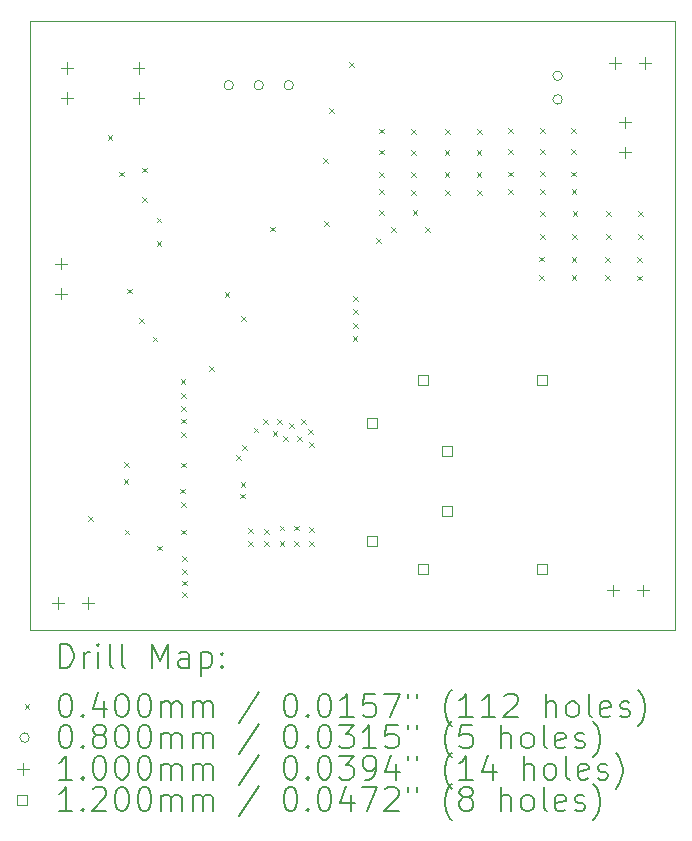
<source format=gbr>
%TF.GenerationSoftware,KiCad,Pcbnew,7.0.10*%
%TF.CreationDate,2024-04-22T16:43:45-07:00*%
%TF.ProjectId,powerAmp,706f7765-7241-46d7-902e-6b696361645f,rev?*%
%TF.SameCoordinates,Original*%
%TF.FileFunction,Drillmap*%
%TF.FilePolarity,Positive*%
%FSLAX45Y45*%
G04 Gerber Fmt 4.5, Leading zero omitted, Abs format (unit mm)*
G04 Created by KiCad (PCBNEW 7.0.10) date 2024-04-22 16:43:45*
%MOMM*%
%LPD*%
G01*
G04 APERTURE LIST*
%ADD10C,0.100000*%
%ADD11C,0.200000*%
%ADD12C,0.120000*%
G04 APERTURE END LIST*
D10*
X6540500Y-8363500D02*
X12003000Y-8363500D01*
X12003000Y-13525500D01*
X6540500Y-13525500D01*
X6540500Y-8363500D01*
D11*
D10*
X7031500Y-12558500D02*
X7071500Y-12598500D01*
X7071500Y-12558500D02*
X7031500Y-12598500D01*
X7199500Y-9333500D02*
X7239500Y-9373500D01*
X7239500Y-9333500D02*
X7199500Y-9373500D01*
X7298460Y-9642540D02*
X7338460Y-9682540D01*
X7338460Y-9642540D02*
X7298460Y-9682540D01*
X7334500Y-12243500D02*
X7374500Y-12283500D01*
X7374500Y-12243500D02*
X7334500Y-12283500D01*
X7340000Y-12103000D02*
X7380000Y-12143000D01*
X7380000Y-12103000D02*
X7340000Y-12143000D01*
X7342500Y-12673000D02*
X7382500Y-12713000D01*
X7382500Y-12673000D02*
X7342500Y-12713000D01*
X7363460Y-10632540D02*
X7403460Y-10672540D01*
X7403460Y-10632540D02*
X7363460Y-10672540D01*
X7463460Y-10882540D02*
X7503460Y-10922540D01*
X7503460Y-10882540D02*
X7463460Y-10922540D01*
X7488460Y-9607540D02*
X7528460Y-9647540D01*
X7528460Y-9607540D02*
X7488460Y-9647540D01*
X7488460Y-9857540D02*
X7528460Y-9897540D01*
X7528460Y-9857540D02*
X7488460Y-9897540D01*
X7579500Y-11040500D02*
X7619500Y-11080500D01*
X7619500Y-11040500D02*
X7579500Y-11080500D01*
X7613460Y-10032540D02*
X7653460Y-10072540D01*
X7653460Y-10032540D02*
X7613460Y-10072540D01*
X7613460Y-10232540D02*
X7653460Y-10272540D01*
X7653460Y-10232540D02*
X7613460Y-10272540D01*
X7615500Y-12809500D02*
X7655500Y-12849500D01*
X7655500Y-12809500D02*
X7615500Y-12849500D01*
X7815500Y-12325500D02*
X7855500Y-12365500D01*
X7855500Y-12325500D02*
X7815500Y-12365500D01*
X7818000Y-11398000D02*
X7858000Y-11438000D01*
X7858000Y-11398000D02*
X7818000Y-11438000D01*
X7819500Y-12105500D02*
X7859500Y-12145500D01*
X7859500Y-12105500D02*
X7819500Y-12145500D01*
X7820500Y-11515500D02*
X7860500Y-11555500D01*
X7860500Y-11515500D02*
X7820500Y-11555500D01*
X7820500Y-11625500D02*
X7860500Y-11665500D01*
X7860500Y-11625500D02*
X7820500Y-11665500D01*
X7820500Y-11733000D02*
X7860500Y-11773000D01*
X7860500Y-11733000D02*
X7820500Y-11773000D01*
X7820500Y-11850500D02*
X7860500Y-11890500D01*
X7860500Y-11850500D02*
X7820500Y-11890500D01*
X7820500Y-12443000D02*
X7860500Y-12483000D01*
X7860500Y-12443000D02*
X7820500Y-12483000D01*
X7821500Y-12674500D02*
X7861500Y-12714500D01*
X7861500Y-12674500D02*
X7821500Y-12714500D01*
X7830500Y-12900500D02*
X7870500Y-12940500D01*
X7870500Y-12900500D02*
X7830500Y-12940500D01*
X7830500Y-13005500D02*
X7870500Y-13045500D01*
X7870500Y-13005500D02*
X7830500Y-13045500D01*
X7830500Y-13105500D02*
X7870500Y-13145500D01*
X7870500Y-13105500D02*
X7830500Y-13145500D01*
X7830500Y-13205500D02*
X7870500Y-13245500D01*
X7870500Y-13205500D02*
X7830500Y-13245500D01*
X8057500Y-11291500D02*
X8097500Y-11331500D01*
X8097500Y-11291500D02*
X8057500Y-11331500D01*
X8189500Y-10660500D02*
X8229500Y-10700500D01*
X8229500Y-10660500D02*
X8189500Y-10700500D01*
X8284500Y-12045500D02*
X8324500Y-12085500D01*
X8324500Y-12045500D02*
X8284500Y-12085500D01*
X8322500Y-12368500D02*
X8362500Y-12408500D01*
X8362500Y-12368500D02*
X8322500Y-12408500D01*
X8324500Y-12268500D02*
X8364500Y-12308500D01*
X8364500Y-12268500D02*
X8324500Y-12308500D01*
X8327500Y-10868500D02*
X8367500Y-10908500D01*
X8367500Y-10868500D02*
X8327500Y-10908500D01*
X8337500Y-11955500D02*
X8377500Y-11995500D01*
X8377500Y-11955500D02*
X8337500Y-11995500D01*
X8385500Y-12660500D02*
X8425500Y-12700500D01*
X8425500Y-12660500D02*
X8385500Y-12700500D01*
X8385500Y-12770500D02*
X8425500Y-12810500D01*
X8425500Y-12770500D02*
X8385500Y-12810500D01*
X8435500Y-11810500D02*
X8475500Y-11850500D01*
X8475500Y-11810500D02*
X8435500Y-11850500D01*
X8515500Y-11740500D02*
X8555500Y-11780500D01*
X8555500Y-11740500D02*
X8515500Y-11780500D01*
X8525500Y-12670500D02*
X8565500Y-12710500D01*
X8565500Y-12670500D02*
X8525500Y-12710500D01*
X8525500Y-12770500D02*
X8565500Y-12810500D01*
X8565500Y-12770500D02*
X8525500Y-12810500D01*
X8573500Y-10107500D02*
X8613500Y-10147500D01*
X8613500Y-10107500D02*
X8573500Y-10147500D01*
X8595500Y-11840500D02*
X8635500Y-11880500D01*
X8635500Y-11840500D02*
X8595500Y-11880500D01*
X8635500Y-11740500D02*
X8675500Y-11780500D01*
X8675500Y-11740500D02*
X8635500Y-11780500D01*
X8655500Y-12640500D02*
X8695500Y-12680500D01*
X8695500Y-12640500D02*
X8655500Y-12680500D01*
X8655500Y-12770500D02*
X8695500Y-12810500D01*
X8695500Y-12770500D02*
X8655500Y-12810500D01*
X8685500Y-11880500D02*
X8725500Y-11920500D01*
X8725500Y-11880500D02*
X8685500Y-11920500D01*
X8735500Y-11770500D02*
X8775500Y-11810500D01*
X8775500Y-11770500D02*
X8735500Y-11810500D01*
X8775500Y-12640500D02*
X8815500Y-12680500D01*
X8815500Y-12640500D02*
X8775500Y-12680500D01*
X8775500Y-12770500D02*
X8815500Y-12810500D01*
X8815500Y-12770500D02*
X8775500Y-12810500D01*
X8805500Y-11880500D02*
X8845500Y-11920500D01*
X8845500Y-11880500D02*
X8805500Y-11920500D01*
X8835500Y-11740500D02*
X8875500Y-11780500D01*
X8875500Y-11740500D02*
X8835500Y-11780500D01*
X8895500Y-11820500D02*
X8935500Y-11860500D01*
X8935500Y-11820500D02*
X8895500Y-11860500D01*
X8905500Y-11930500D02*
X8945500Y-11970500D01*
X8945500Y-11930500D02*
X8905500Y-11970500D01*
X8905500Y-12650500D02*
X8945500Y-12690500D01*
X8945500Y-12650500D02*
X8905500Y-12690500D01*
X8905500Y-12770500D02*
X8945500Y-12810500D01*
X8945500Y-12770500D02*
X8905500Y-12810500D01*
X9023000Y-9530500D02*
X9063000Y-9570500D01*
X9063000Y-9530500D02*
X9023000Y-9570500D01*
X9032500Y-10059500D02*
X9072500Y-10099500D01*
X9072500Y-10059500D02*
X9032500Y-10099500D01*
X9073000Y-9105500D02*
X9113000Y-9145500D01*
X9113000Y-9105500D02*
X9073000Y-9145500D01*
X9240500Y-8715500D02*
X9280500Y-8755500D01*
X9280500Y-8715500D02*
X9240500Y-8755500D01*
X9273553Y-11036964D02*
X9313553Y-11076964D01*
X9313553Y-11036964D02*
X9273553Y-11076964D01*
X9276381Y-10807911D02*
X9316381Y-10847911D01*
X9316381Y-10807911D02*
X9276381Y-10847911D01*
X9276381Y-10923851D02*
X9316381Y-10963851D01*
X9316381Y-10923851D02*
X9276381Y-10963851D01*
X9279209Y-10697626D02*
X9319209Y-10737626D01*
X9319209Y-10697626D02*
X9279209Y-10737626D01*
X9471500Y-10206500D02*
X9511500Y-10246500D01*
X9511500Y-10206500D02*
X9471500Y-10246500D01*
X9494500Y-9456500D02*
X9534500Y-9496500D01*
X9534500Y-9456500D02*
X9494500Y-9496500D01*
X9494500Y-9644500D02*
X9534500Y-9684500D01*
X9534500Y-9644500D02*
X9494500Y-9684500D01*
X9495891Y-9969500D02*
X9535891Y-10009500D01*
X9535891Y-9969500D02*
X9495891Y-10009500D01*
X9496500Y-9277500D02*
X9536500Y-9317500D01*
X9536500Y-9277500D02*
X9496500Y-9317500D01*
X9497500Y-9793500D02*
X9537500Y-9833500D01*
X9537500Y-9793500D02*
X9497500Y-9833500D01*
X9599891Y-10111500D02*
X9639891Y-10151500D01*
X9639891Y-10111500D02*
X9599891Y-10151500D01*
X9767222Y-9459089D02*
X9807222Y-9499089D01*
X9807222Y-9459089D02*
X9767222Y-9499089D01*
X9767222Y-9647089D02*
X9807222Y-9687089D01*
X9807222Y-9647089D02*
X9767222Y-9687089D01*
X9769222Y-9280089D02*
X9809222Y-9320089D01*
X9809222Y-9280089D02*
X9769222Y-9320089D01*
X9770222Y-9796089D02*
X9810222Y-9836089D01*
X9810222Y-9796089D02*
X9770222Y-9836089D01*
X9781500Y-9969500D02*
X9821500Y-10009500D01*
X9821500Y-9969500D02*
X9781500Y-10009500D01*
X9885500Y-10111500D02*
X9925500Y-10151500D01*
X9925500Y-10111500D02*
X9885500Y-10151500D01*
X10052831Y-9459089D02*
X10092831Y-9499089D01*
X10092831Y-9459089D02*
X10052831Y-9499089D01*
X10052831Y-9647089D02*
X10092831Y-9687089D01*
X10092831Y-9647089D02*
X10052831Y-9687089D01*
X10054831Y-9280089D02*
X10094831Y-9320089D01*
X10094831Y-9280089D02*
X10054831Y-9320089D01*
X10055831Y-9796089D02*
X10095831Y-9836089D01*
X10095831Y-9796089D02*
X10055831Y-9836089D01*
X10323500Y-9459500D02*
X10363500Y-9499500D01*
X10363500Y-9459500D02*
X10323500Y-9499500D01*
X10323500Y-9647500D02*
X10363500Y-9687500D01*
X10363500Y-9647500D02*
X10323500Y-9687500D01*
X10325500Y-9280500D02*
X10365500Y-9320500D01*
X10365500Y-9280500D02*
X10325500Y-9320500D01*
X10326500Y-9796500D02*
X10366500Y-9836500D01*
X10366500Y-9796500D02*
X10326500Y-9836500D01*
X10589500Y-9454500D02*
X10629500Y-9494500D01*
X10629500Y-9454500D02*
X10589500Y-9494500D01*
X10589500Y-9642500D02*
X10629500Y-9682500D01*
X10629500Y-9642500D02*
X10589500Y-9682500D01*
X10591500Y-9275500D02*
X10631500Y-9315500D01*
X10631500Y-9275500D02*
X10591500Y-9315500D01*
X10592500Y-9791500D02*
X10632500Y-9831500D01*
X10632500Y-9791500D02*
X10592500Y-9831500D01*
X10854169Y-10362911D02*
X10894169Y-10402911D01*
X10894169Y-10362911D02*
X10854169Y-10402911D01*
X10854169Y-10518911D02*
X10894169Y-10558911D01*
X10894169Y-10518911D02*
X10854169Y-10558911D01*
X10859500Y-9452500D02*
X10899500Y-9492500D01*
X10899500Y-9452500D02*
X10859500Y-9492500D01*
X10859500Y-9640500D02*
X10899500Y-9680500D01*
X10899500Y-9640500D02*
X10859500Y-9680500D01*
X10860169Y-10170911D02*
X10900169Y-10210911D01*
X10900169Y-10170911D02*
X10860169Y-10210911D01*
X10861500Y-9273500D02*
X10901500Y-9313500D01*
X10901500Y-9273500D02*
X10861500Y-9313500D01*
X10862500Y-9789500D02*
X10902500Y-9829500D01*
X10902500Y-9789500D02*
X10862500Y-9829500D01*
X10863500Y-9974500D02*
X10903500Y-10014500D01*
X10903500Y-9974500D02*
X10863500Y-10014500D01*
X11123500Y-9454500D02*
X11163500Y-9494500D01*
X11163500Y-9454500D02*
X11123500Y-9494500D01*
X11123500Y-9642500D02*
X11163500Y-9682500D01*
X11163500Y-9642500D02*
X11123500Y-9682500D01*
X11125500Y-9275500D02*
X11165500Y-9315500D01*
X11165500Y-9275500D02*
X11125500Y-9315500D01*
X11126500Y-9791500D02*
X11166500Y-9831500D01*
X11166500Y-9791500D02*
X11126500Y-9831500D01*
X11126891Y-10365500D02*
X11166891Y-10405500D01*
X11166891Y-10365500D02*
X11126891Y-10405500D01*
X11126891Y-10521500D02*
X11166891Y-10561500D01*
X11166891Y-10521500D02*
X11126891Y-10561500D01*
X11132891Y-10173500D02*
X11172891Y-10213500D01*
X11172891Y-10173500D02*
X11132891Y-10213500D01*
X11136222Y-9977089D02*
X11176222Y-10017089D01*
X11176222Y-9977089D02*
X11136222Y-10017089D01*
X11412500Y-10365500D02*
X11452500Y-10405500D01*
X11452500Y-10365500D02*
X11412500Y-10405500D01*
X11412500Y-10521500D02*
X11452500Y-10561500D01*
X11452500Y-10521500D02*
X11412500Y-10561500D01*
X11418500Y-10173500D02*
X11458500Y-10213500D01*
X11458500Y-10173500D02*
X11418500Y-10213500D01*
X11421831Y-9977089D02*
X11461831Y-10017089D01*
X11461831Y-9977089D02*
X11421831Y-10017089D01*
X11683169Y-10365911D02*
X11723169Y-10405911D01*
X11723169Y-10365911D02*
X11683169Y-10405911D01*
X11683169Y-10521911D02*
X11723169Y-10561911D01*
X11723169Y-10521911D02*
X11683169Y-10561911D01*
X11689169Y-10173911D02*
X11729169Y-10213911D01*
X11729169Y-10173911D02*
X11689169Y-10213911D01*
X11692500Y-9977500D02*
X11732500Y-10017500D01*
X11732500Y-9977500D02*
X11692500Y-10017500D01*
X8263500Y-8911500D02*
G75*
G03*
X8183500Y-8911500I-40000J0D01*
G01*
X8183500Y-8911500D02*
G75*
G03*
X8263500Y-8911500I40000J0D01*
G01*
X8517500Y-8911500D02*
G75*
G03*
X8437500Y-8911500I-40000J0D01*
G01*
X8437500Y-8911500D02*
G75*
G03*
X8517500Y-8911500I40000J0D01*
G01*
X8771500Y-8911500D02*
G75*
G03*
X8691500Y-8911500I-40000J0D01*
G01*
X8691500Y-8911500D02*
G75*
G03*
X8771500Y-8911500I40000J0D01*
G01*
X11048500Y-8830500D02*
G75*
G03*
X10968500Y-8830500I-40000J0D01*
G01*
X10968500Y-8830500D02*
G75*
G03*
X11048500Y-8830500I40000J0D01*
G01*
X11048500Y-9030500D02*
G75*
G03*
X10968500Y-9030500I-40000J0D01*
G01*
X10968500Y-9030500D02*
G75*
G03*
X11048500Y-9030500I40000J0D01*
G01*
X6778000Y-13242500D02*
X6778000Y-13342500D01*
X6728000Y-13292500D02*
X6828000Y-13292500D01*
X6800960Y-10371040D02*
X6800960Y-10471040D01*
X6750960Y-10421040D02*
X6850960Y-10421040D01*
X6800960Y-10625040D02*
X6800960Y-10725040D01*
X6750960Y-10675040D02*
X6850960Y-10675040D01*
X6856500Y-8714000D02*
X6856500Y-8814000D01*
X6806500Y-8764000D02*
X6906500Y-8764000D01*
X6856500Y-8968000D02*
X6856500Y-9068000D01*
X6806500Y-9018000D02*
X6906500Y-9018000D01*
X7032000Y-13242500D02*
X7032000Y-13342500D01*
X6982000Y-13292500D02*
X7082000Y-13292500D01*
X7460500Y-8713500D02*
X7460500Y-8813500D01*
X7410500Y-8763500D02*
X7510500Y-8763500D01*
X7460500Y-8967500D02*
X7460500Y-9067500D01*
X7410500Y-9017500D02*
X7510500Y-9017500D01*
X11477000Y-13138500D02*
X11477000Y-13238500D01*
X11427000Y-13188500D02*
X11527000Y-13188500D01*
X11492000Y-8675500D02*
X11492000Y-8775500D01*
X11442000Y-8725500D02*
X11542000Y-8725500D01*
X11577500Y-9176000D02*
X11577500Y-9276000D01*
X11527500Y-9226000D02*
X11627500Y-9226000D01*
X11577500Y-9430000D02*
X11577500Y-9530000D01*
X11527500Y-9480000D02*
X11627500Y-9480000D01*
X11731000Y-13138500D02*
X11731000Y-13238500D01*
X11681000Y-13188500D02*
X11781000Y-13188500D01*
X11746000Y-8675500D02*
X11746000Y-8775500D01*
X11696000Y-8725500D02*
X11796000Y-8725500D01*
D12*
X9482427Y-11810427D02*
X9482427Y-11725573D01*
X9397573Y-11725573D01*
X9397573Y-11810427D01*
X9482427Y-11810427D01*
X9482427Y-12810427D02*
X9482427Y-12725573D01*
X9397573Y-12725573D01*
X9397573Y-12810427D01*
X9482427Y-12810427D01*
X9915427Y-11447927D02*
X9915427Y-11363073D01*
X9830573Y-11363073D01*
X9830573Y-11447927D01*
X9915427Y-11447927D01*
X9915427Y-13047927D02*
X9915427Y-12963073D01*
X9830573Y-12963073D01*
X9830573Y-13047927D01*
X9915427Y-13047927D01*
X10117427Y-12048427D02*
X10117427Y-11963573D01*
X10032573Y-11963573D01*
X10032573Y-12048427D01*
X10117427Y-12048427D01*
X10117427Y-12556427D02*
X10117427Y-12471573D01*
X10032573Y-12471573D01*
X10032573Y-12556427D01*
X10117427Y-12556427D01*
X10915427Y-11447927D02*
X10915427Y-11363073D01*
X10830573Y-11363073D01*
X10830573Y-11447927D01*
X10915427Y-11447927D01*
X10915427Y-13047927D02*
X10915427Y-12963073D01*
X10830573Y-12963073D01*
X10830573Y-13047927D01*
X10915427Y-13047927D01*
D11*
X6796277Y-13841984D02*
X6796277Y-13641984D01*
X6796277Y-13641984D02*
X6843896Y-13641984D01*
X6843896Y-13641984D02*
X6872467Y-13651508D01*
X6872467Y-13651508D02*
X6891515Y-13670555D01*
X6891515Y-13670555D02*
X6901039Y-13689603D01*
X6901039Y-13689603D02*
X6910562Y-13727698D01*
X6910562Y-13727698D02*
X6910562Y-13756269D01*
X6910562Y-13756269D02*
X6901039Y-13794365D01*
X6901039Y-13794365D02*
X6891515Y-13813412D01*
X6891515Y-13813412D02*
X6872467Y-13832460D01*
X6872467Y-13832460D02*
X6843896Y-13841984D01*
X6843896Y-13841984D02*
X6796277Y-13841984D01*
X6996277Y-13841984D02*
X6996277Y-13708650D01*
X6996277Y-13746746D02*
X7005801Y-13727698D01*
X7005801Y-13727698D02*
X7015324Y-13718174D01*
X7015324Y-13718174D02*
X7034372Y-13708650D01*
X7034372Y-13708650D02*
X7053420Y-13708650D01*
X7120086Y-13841984D02*
X7120086Y-13708650D01*
X7120086Y-13641984D02*
X7110562Y-13651508D01*
X7110562Y-13651508D02*
X7120086Y-13661031D01*
X7120086Y-13661031D02*
X7129610Y-13651508D01*
X7129610Y-13651508D02*
X7120086Y-13641984D01*
X7120086Y-13641984D02*
X7120086Y-13661031D01*
X7243896Y-13841984D02*
X7224848Y-13832460D01*
X7224848Y-13832460D02*
X7215324Y-13813412D01*
X7215324Y-13813412D02*
X7215324Y-13641984D01*
X7348658Y-13841984D02*
X7329610Y-13832460D01*
X7329610Y-13832460D02*
X7320086Y-13813412D01*
X7320086Y-13813412D02*
X7320086Y-13641984D01*
X7577229Y-13841984D02*
X7577229Y-13641984D01*
X7577229Y-13641984D02*
X7643896Y-13784841D01*
X7643896Y-13784841D02*
X7710562Y-13641984D01*
X7710562Y-13641984D02*
X7710562Y-13841984D01*
X7891515Y-13841984D02*
X7891515Y-13737222D01*
X7891515Y-13737222D02*
X7881991Y-13718174D01*
X7881991Y-13718174D02*
X7862943Y-13708650D01*
X7862943Y-13708650D02*
X7824848Y-13708650D01*
X7824848Y-13708650D02*
X7805801Y-13718174D01*
X7891515Y-13832460D02*
X7872467Y-13841984D01*
X7872467Y-13841984D02*
X7824848Y-13841984D01*
X7824848Y-13841984D02*
X7805801Y-13832460D01*
X7805801Y-13832460D02*
X7796277Y-13813412D01*
X7796277Y-13813412D02*
X7796277Y-13794365D01*
X7796277Y-13794365D02*
X7805801Y-13775317D01*
X7805801Y-13775317D02*
X7824848Y-13765793D01*
X7824848Y-13765793D02*
X7872467Y-13765793D01*
X7872467Y-13765793D02*
X7891515Y-13756269D01*
X7986753Y-13708650D02*
X7986753Y-13908650D01*
X7986753Y-13718174D02*
X8005801Y-13708650D01*
X8005801Y-13708650D02*
X8043896Y-13708650D01*
X8043896Y-13708650D02*
X8062943Y-13718174D01*
X8062943Y-13718174D02*
X8072467Y-13727698D01*
X8072467Y-13727698D02*
X8081991Y-13746746D01*
X8081991Y-13746746D02*
X8081991Y-13803888D01*
X8081991Y-13803888D02*
X8072467Y-13822936D01*
X8072467Y-13822936D02*
X8062943Y-13832460D01*
X8062943Y-13832460D02*
X8043896Y-13841984D01*
X8043896Y-13841984D02*
X8005801Y-13841984D01*
X8005801Y-13841984D02*
X7986753Y-13832460D01*
X8167705Y-13822936D02*
X8177229Y-13832460D01*
X8177229Y-13832460D02*
X8167705Y-13841984D01*
X8167705Y-13841984D02*
X8158182Y-13832460D01*
X8158182Y-13832460D02*
X8167705Y-13822936D01*
X8167705Y-13822936D02*
X8167705Y-13841984D01*
X8167705Y-13718174D02*
X8177229Y-13727698D01*
X8177229Y-13727698D02*
X8167705Y-13737222D01*
X8167705Y-13737222D02*
X8158182Y-13727698D01*
X8158182Y-13727698D02*
X8167705Y-13718174D01*
X8167705Y-13718174D02*
X8167705Y-13737222D01*
D10*
X6495500Y-14150500D02*
X6535500Y-14190500D01*
X6535500Y-14150500D02*
X6495500Y-14190500D01*
D11*
X6834372Y-14061984D02*
X6853420Y-14061984D01*
X6853420Y-14061984D02*
X6872467Y-14071508D01*
X6872467Y-14071508D02*
X6881991Y-14081031D01*
X6881991Y-14081031D02*
X6891515Y-14100079D01*
X6891515Y-14100079D02*
X6901039Y-14138174D01*
X6901039Y-14138174D02*
X6901039Y-14185793D01*
X6901039Y-14185793D02*
X6891515Y-14223888D01*
X6891515Y-14223888D02*
X6881991Y-14242936D01*
X6881991Y-14242936D02*
X6872467Y-14252460D01*
X6872467Y-14252460D02*
X6853420Y-14261984D01*
X6853420Y-14261984D02*
X6834372Y-14261984D01*
X6834372Y-14261984D02*
X6815324Y-14252460D01*
X6815324Y-14252460D02*
X6805801Y-14242936D01*
X6805801Y-14242936D02*
X6796277Y-14223888D01*
X6796277Y-14223888D02*
X6786753Y-14185793D01*
X6786753Y-14185793D02*
X6786753Y-14138174D01*
X6786753Y-14138174D02*
X6796277Y-14100079D01*
X6796277Y-14100079D02*
X6805801Y-14081031D01*
X6805801Y-14081031D02*
X6815324Y-14071508D01*
X6815324Y-14071508D02*
X6834372Y-14061984D01*
X6986753Y-14242936D02*
X6996277Y-14252460D01*
X6996277Y-14252460D02*
X6986753Y-14261984D01*
X6986753Y-14261984D02*
X6977229Y-14252460D01*
X6977229Y-14252460D02*
X6986753Y-14242936D01*
X6986753Y-14242936D02*
X6986753Y-14261984D01*
X7167705Y-14128650D02*
X7167705Y-14261984D01*
X7120086Y-14052460D02*
X7072467Y-14195317D01*
X7072467Y-14195317D02*
X7196277Y-14195317D01*
X7310562Y-14061984D02*
X7329610Y-14061984D01*
X7329610Y-14061984D02*
X7348658Y-14071508D01*
X7348658Y-14071508D02*
X7358182Y-14081031D01*
X7358182Y-14081031D02*
X7367705Y-14100079D01*
X7367705Y-14100079D02*
X7377229Y-14138174D01*
X7377229Y-14138174D02*
X7377229Y-14185793D01*
X7377229Y-14185793D02*
X7367705Y-14223888D01*
X7367705Y-14223888D02*
X7358182Y-14242936D01*
X7358182Y-14242936D02*
X7348658Y-14252460D01*
X7348658Y-14252460D02*
X7329610Y-14261984D01*
X7329610Y-14261984D02*
X7310562Y-14261984D01*
X7310562Y-14261984D02*
X7291515Y-14252460D01*
X7291515Y-14252460D02*
X7281991Y-14242936D01*
X7281991Y-14242936D02*
X7272467Y-14223888D01*
X7272467Y-14223888D02*
X7262943Y-14185793D01*
X7262943Y-14185793D02*
X7262943Y-14138174D01*
X7262943Y-14138174D02*
X7272467Y-14100079D01*
X7272467Y-14100079D02*
X7281991Y-14081031D01*
X7281991Y-14081031D02*
X7291515Y-14071508D01*
X7291515Y-14071508D02*
X7310562Y-14061984D01*
X7501039Y-14061984D02*
X7520086Y-14061984D01*
X7520086Y-14061984D02*
X7539134Y-14071508D01*
X7539134Y-14071508D02*
X7548658Y-14081031D01*
X7548658Y-14081031D02*
X7558182Y-14100079D01*
X7558182Y-14100079D02*
X7567705Y-14138174D01*
X7567705Y-14138174D02*
X7567705Y-14185793D01*
X7567705Y-14185793D02*
X7558182Y-14223888D01*
X7558182Y-14223888D02*
X7548658Y-14242936D01*
X7548658Y-14242936D02*
X7539134Y-14252460D01*
X7539134Y-14252460D02*
X7520086Y-14261984D01*
X7520086Y-14261984D02*
X7501039Y-14261984D01*
X7501039Y-14261984D02*
X7481991Y-14252460D01*
X7481991Y-14252460D02*
X7472467Y-14242936D01*
X7472467Y-14242936D02*
X7462943Y-14223888D01*
X7462943Y-14223888D02*
X7453420Y-14185793D01*
X7453420Y-14185793D02*
X7453420Y-14138174D01*
X7453420Y-14138174D02*
X7462943Y-14100079D01*
X7462943Y-14100079D02*
X7472467Y-14081031D01*
X7472467Y-14081031D02*
X7481991Y-14071508D01*
X7481991Y-14071508D02*
X7501039Y-14061984D01*
X7653420Y-14261984D02*
X7653420Y-14128650D01*
X7653420Y-14147698D02*
X7662943Y-14138174D01*
X7662943Y-14138174D02*
X7681991Y-14128650D01*
X7681991Y-14128650D02*
X7710563Y-14128650D01*
X7710563Y-14128650D02*
X7729610Y-14138174D01*
X7729610Y-14138174D02*
X7739134Y-14157222D01*
X7739134Y-14157222D02*
X7739134Y-14261984D01*
X7739134Y-14157222D02*
X7748658Y-14138174D01*
X7748658Y-14138174D02*
X7767705Y-14128650D01*
X7767705Y-14128650D02*
X7796277Y-14128650D01*
X7796277Y-14128650D02*
X7815324Y-14138174D01*
X7815324Y-14138174D02*
X7824848Y-14157222D01*
X7824848Y-14157222D02*
X7824848Y-14261984D01*
X7920086Y-14261984D02*
X7920086Y-14128650D01*
X7920086Y-14147698D02*
X7929610Y-14138174D01*
X7929610Y-14138174D02*
X7948658Y-14128650D01*
X7948658Y-14128650D02*
X7977229Y-14128650D01*
X7977229Y-14128650D02*
X7996277Y-14138174D01*
X7996277Y-14138174D02*
X8005801Y-14157222D01*
X8005801Y-14157222D02*
X8005801Y-14261984D01*
X8005801Y-14157222D02*
X8015324Y-14138174D01*
X8015324Y-14138174D02*
X8034372Y-14128650D01*
X8034372Y-14128650D02*
X8062943Y-14128650D01*
X8062943Y-14128650D02*
X8081991Y-14138174D01*
X8081991Y-14138174D02*
X8091515Y-14157222D01*
X8091515Y-14157222D02*
X8091515Y-14261984D01*
X8481991Y-14052460D02*
X8310563Y-14309603D01*
X8739134Y-14061984D02*
X8758182Y-14061984D01*
X8758182Y-14061984D02*
X8777229Y-14071508D01*
X8777229Y-14071508D02*
X8786753Y-14081031D01*
X8786753Y-14081031D02*
X8796277Y-14100079D01*
X8796277Y-14100079D02*
X8805801Y-14138174D01*
X8805801Y-14138174D02*
X8805801Y-14185793D01*
X8805801Y-14185793D02*
X8796277Y-14223888D01*
X8796277Y-14223888D02*
X8786753Y-14242936D01*
X8786753Y-14242936D02*
X8777229Y-14252460D01*
X8777229Y-14252460D02*
X8758182Y-14261984D01*
X8758182Y-14261984D02*
X8739134Y-14261984D01*
X8739134Y-14261984D02*
X8720087Y-14252460D01*
X8720087Y-14252460D02*
X8710563Y-14242936D01*
X8710563Y-14242936D02*
X8701039Y-14223888D01*
X8701039Y-14223888D02*
X8691515Y-14185793D01*
X8691515Y-14185793D02*
X8691515Y-14138174D01*
X8691515Y-14138174D02*
X8701039Y-14100079D01*
X8701039Y-14100079D02*
X8710563Y-14081031D01*
X8710563Y-14081031D02*
X8720087Y-14071508D01*
X8720087Y-14071508D02*
X8739134Y-14061984D01*
X8891515Y-14242936D02*
X8901039Y-14252460D01*
X8901039Y-14252460D02*
X8891515Y-14261984D01*
X8891515Y-14261984D02*
X8881991Y-14252460D01*
X8881991Y-14252460D02*
X8891515Y-14242936D01*
X8891515Y-14242936D02*
X8891515Y-14261984D01*
X9024848Y-14061984D02*
X9043896Y-14061984D01*
X9043896Y-14061984D02*
X9062944Y-14071508D01*
X9062944Y-14071508D02*
X9072468Y-14081031D01*
X9072468Y-14081031D02*
X9081991Y-14100079D01*
X9081991Y-14100079D02*
X9091515Y-14138174D01*
X9091515Y-14138174D02*
X9091515Y-14185793D01*
X9091515Y-14185793D02*
X9081991Y-14223888D01*
X9081991Y-14223888D02*
X9072468Y-14242936D01*
X9072468Y-14242936D02*
X9062944Y-14252460D01*
X9062944Y-14252460D02*
X9043896Y-14261984D01*
X9043896Y-14261984D02*
X9024848Y-14261984D01*
X9024848Y-14261984D02*
X9005801Y-14252460D01*
X9005801Y-14252460D02*
X8996277Y-14242936D01*
X8996277Y-14242936D02*
X8986753Y-14223888D01*
X8986753Y-14223888D02*
X8977229Y-14185793D01*
X8977229Y-14185793D02*
X8977229Y-14138174D01*
X8977229Y-14138174D02*
X8986753Y-14100079D01*
X8986753Y-14100079D02*
X8996277Y-14081031D01*
X8996277Y-14081031D02*
X9005801Y-14071508D01*
X9005801Y-14071508D02*
X9024848Y-14061984D01*
X9281991Y-14261984D02*
X9167706Y-14261984D01*
X9224848Y-14261984D02*
X9224848Y-14061984D01*
X9224848Y-14061984D02*
X9205801Y-14090555D01*
X9205801Y-14090555D02*
X9186753Y-14109603D01*
X9186753Y-14109603D02*
X9167706Y-14119127D01*
X9462944Y-14061984D02*
X9367706Y-14061984D01*
X9367706Y-14061984D02*
X9358182Y-14157222D01*
X9358182Y-14157222D02*
X9367706Y-14147698D01*
X9367706Y-14147698D02*
X9386753Y-14138174D01*
X9386753Y-14138174D02*
X9434372Y-14138174D01*
X9434372Y-14138174D02*
X9453420Y-14147698D01*
X9453420Y-14147698D02*
X9462944Y-14157222D01*
X9462944Y-14157222D02*
X9472468Y-14176269D01*
X9472468Y-14176269D02*
X9472468Y-14223888D01*
X9472468Y-14223888D02*
X9462944Y-14242936D01*
X9462944Y-14242936D02*
X9453420Y-14252460D01*
X9453420Y-14252460D02*
X9434372Y-14261984D01*
X9434372Y-14261984D02*
X9386753Y-14261984D01*
X9386753Y-14261984D02*
X9367706Y-14252460D01*
X9367706Y-14252460D02*
X9358182Y-14242936D01*
X9539134Y-14061984D02*
X9672468Y-14061984D01*
X9672468Y-14061984D02*
X9586753Y-14261984D01*
X9739134Y-14061984D02*
X9739134Y-14100079D01*
X9815325Y-14061984D02*
X9815325Y-14100079D01*
X10110563Y-14338174D02*
X10101039Y-14328650D01*
X10101039Y-14328650D02*
X10081991Y-14300079D01*
X10081991Y-14300079D02*
X10072468Y-14281031D01*
X10072468Y-14281031D02*
X10062944Y-14252460D01*
X10062944Y-14252460D02*
X10053420Y-14204841D01*
X10053420Y-14204841D02*
X10053420Y-14166746D01*
X10053420Y-14166746D02*
X10062944Y-14119127D01*
X10062944Y-14119127D02*
X10072468Y-14090555D01*
X10072468Y-14090555D02*
X10081991Y-14071508D01*
X10081991Y-14071508D02*
X10101039Y-14042936D01*
X10101039Y-14042936D02*
X10110563Y-14033412D01*
X10291515Y-14261984D02*
X10177230Y-14261984D01*
X10234372Y-14261984D02*
X10234372Y-14061984D01*
X10234372Y-14061984D02*
X10215325Y-14090555D01*
X10215325Y-14090555D02*
X10196277Y-14109603D01*
X10196277Y-14109603D02*
X10177230Y-14119127D01*
X10481991Y-14261984D02*
X10367706Y-14261984D01*
X10424849Y-14261984D02*
X10424849Y-14061984D01*
X10424849Y-14061984D02*
X10405801Y-14090555D01*
X10405801Y-14090555D02*
X10386753Y-14109603D01*
X10386753Y-14109603D02*
X10367706Y-14119127D01*
X10558182Y-14081031D02*
X10567706Y-14071508D01*
X10567706Y-14071508D02*
X10586753Y-14061984D01*
X10586753Y-14061984D02*
X10634372Y-14061984D01*
X10634372Y-14061984D02*
X10653420Y-14071508D01*
X10653420Y-14071508D02*
X10662944Y-14081031D01*
X10662944Y-14081031D02*
X10672468Y-14100079D01*
X10672468Y-14100079D02*
X10672468Y-14119127D01*
X10672468Y-14119127D02*
X10662944Y-14147698D01*
X10662944Y-14147698D02*
X10548658Y-14261984D01*
X10548658Y-14261984D02*
X10672468Y-14261984D01*
X10910563Y-14261984D02*
X10910563Y-14061984D01*
X10996277Y-14261984D02*
X10996277Y-14157222D01*
X10996277Y-14157222D02*
X10986753Y-14138174D01*
X10986753Y-14138174D02*
X10967706Y-14128650D01*
X10967706Y-14128650D02*
X10939134Y-14128650D01*
X10939134Y-14128650D02*
X10920087Y-14138174D01*
X10920087Y-14138174D02*
X10910563Y-14147698D01*
X11120087Y-14261984D02*
X11101039Y-14252460D01*
X11101039Y-14252460D02*
X11091515Y-14242936D01*
X11091515Y-14242936D02*
X11081992Y-14223888D01*
X11081992Y-14223888D02*
X11081992Y-14166746D01*
X11081992Y-14166746D02*
X11091515Y-14147698D01*
X11091515Y-14147698D02*
X11101039Y-14138174D01*
X11101039Y-14138174D02*
X11120087Y-14128650D01*
X11120087Y-14128650D02*
X11148658Y-14128650D01*
X11148658Y-14128650D02*
X11167706Y-14138174D01*
X11167706Y-14138174D02*
X11177230Y-14147698D01*
X11177230Y-14147698D02*
X11186753Y-14166746D01*
X11186753Y-14166746D02*
X11186753Y-14223888D01*
X11186753Y-14223888D02*
X11177230Y-14242936D01*
X11177230Y-14242936D02*
X11167706Y-14252460D01*
X11167706Y-14252460D02*
X11148658Y-14261984D01*
X11148658Y-14261984D02*
X11120087Y-14261984D01*
X11301039Y-14261984D02*
X11281991Y-14252460D01*
X11281991Y-14252460D02*
X11272468Y-14233412D01*
X11272468Y-14233412D02*
X11272468Y-14061984D01*
X11453420Y-14252460D02*
X11434372Y-14261984D01*
X11434372Y-14261984D02*
X11396277Y-14261984D01*
X11396277Y-14261984D02*
X11377230Y-14252460D01*
X11377230Y-14252460D02*
X11367706Y-14233412D01*
X11367706Y-14233412D02*
X11367706Y-14157222D01*
X11367706Y-14157222D02*
X11377230Y-14138174D01*
X11377230Y-14138174D02*
X11396277Y-14128650D01*
X11396277Y-14128650D02*
X11434372Y-14128650D01*
X11434372Y-14128650D02*
X11453420Y-14138174D01*
X11453420Y-14138174D02*
X11462944Y-14157222D01*
X11462944Y-14157222D02*
X11462944Y-14176269D01*
X11462944Y-14176269D02*
X11367706Y-14195317D01*
X11539134Y-14252460D02*
X11558182Y-14261984D01*
X11558182Y-14261984D02*
X11596277Y-14261984D01*
X11596277Y-14261984D02*
X11615325Y-14252460D01*
X11615325Y-14252460D02*
X11624849Y-14233412D01*
X11624849Y-14233412D02*
X11624849Y-14223888D01*
X11624849Y-14223888D02*
X11615325Y-14204841D01*
X11615325Y-14204841D02*
X11596277Y-14195317D01*
X11596277Y-14195317D02*
X11567706Y-14195317D01*
X11567706Y-14195317D02*
X11548658Y-14185793D01*
X11548658Y-14185793D02*
X11539134Y-14166746D01*
X11539134Y-14166746D02*
X11539134Y-14157222D01*
X11539134Y-14157222D02*
X11548658Y-14138174D01*
X11548658Y-14138174D02*
X11567706Y-14128650D01*
X11567706Y-14128650D02*
X11596277Y-14128650D01*
X11596277Y-14128650D02*
X11615325Y-14138174D01*
X11691515Y-14338174D02*
X11701039Y-14328650D01*
X11701039Y-14328650D02*
X11720087Y-14300079D01*
X11720087Y-14300079D02*
X11729611Y-14281031D01*
X11729611Y-14281031D02*
X11739134Y-14252460D01*
X11739134Y-14252460D02*
X11748658Y-14204841D01*
X11748658Y-14204841D02*
X11748658Y-14166746D01*
X11748658Y-14166746D02*
X11739134Y-14119127D01*
X11739134Y-14119127D02*
X11729611Y-14090555D01*
X11729611Y-14090555D02*
X11720087Y-14071508D01*
X11720087Y-14071508D02*
X11701039Y-14042936D01*
X11701039Y-14042936D02*
X11691515Y-14033412D01*
D10*
X6535500Y-14434500D02*
G75*
G03*
X6455500Y-14434500I-40000J0D01*
G01*
X6455500Y-14434500D02*
G75*
G03*
X6535500Y-14434500I40000J0D01*
G01*
D11*
X6834372Y-14325984D02*
X6853420Y-14325984D01*
X6853420Y-14325984D02*
X6872467Y-14335508D01*
X6872467Y-14335508D02*
X6881991Y-14345031D01*
X6881991Y-14345031D02*
X6891515Y-14364079D01*
X6891515Y-14364079D02*
X6901039Y-14402174D01*
X6901039Y-14402174D02*
X6901039Y-14449793D01*
X6901039Y-14449793D02*
X6891515Y-14487888D01*
X6891515Y-14487888D02*
X6881991Y-14506936D01*
X6881991Y-14506936D02*
X6872467Y-14516460D01*
X6872467Y-14516460D02*
X6853420Y-14525984D01*
X6853420Y-14525984D02*
X6834372Y-14525984D01*
X6834372Y-14525984D02*
X6815324Y-14516460D01*
X6815324Y-14516460D02*
X6805801Y-14506936D01*
X6805801Y-14506936D02*
X6796277Y-14487888D01*
X6796277Y-14487888D02*
X6786753Y-14449793D01*
X6786753Y-14449793D02*
X6786753Y-14402174D01*
X6786753Y-14402174D02*
X6796277Y-14364079D01*
X6796277Y-14364079D02*
X6805801Y-14345031D01*
X6805801Y-14345031D02*
X6815324Y-14335508D01*
X6815324Y-14335508D02*
X6834372Y-14325984D01*
X6986753Y-14506936D02*
X6996277Y-14516460D01*
X6996277Y-14516460D02*
X6986753Y-14525984D01*
X6986753Y-14525984D02*
X6977229Y-14516460D01*
X6977229Y-14516460D02*
X6986753Y-14506936D01*
X6986753Y-14506936D02*
X6986753Y-14525984D01*
X7110562Y-14411698D02*
X7091515Y-14402174D01*
X7091515Y-14402174D02*
X7081991Y-14392650D01*
X7081991Y-14392650D02*
X7072467Y-14373603D01*
X7072467Y-14373603D02*
X7072467Y-14364079D01*
X7072467Y-14364079D02*
X7081991Y-14345031D01*
X7081991Y-14345031D02*
X7091515Y-14335508D01*
X7091515Y-14335508D02*
X7110562Y-14325984D01*
X7110562Y-14325984D02*
X7148658Y-14325984D01*
X7148658Y-14325984D02*
X7167705Y-14335508D01*
X7167705Y-14335508D02*
X7177229Y-14345031D01*
X7177229Y-14345031D02*
X7186753Y-14364079D01*
X7186753Y-14364079D02*
X7186753Y-14373603D01*
X7186753Y-14373603D02*
X7177229Y-14392650D01*
X7177229Y-14392650D02*
X7167705Y-14402174D01*
X7167705Y-14402174D02*
X7148658Y-14411698D01*
X7148658Y-14411698D02*
X7110562Y-14411698D01*
X7110562Y-14411698D02*
X7091515Y-14421222D01*
X7091515Y-14421222D02*
X7081991Y-14430746D01*
X7081991Y-14430746D02*
X7072467Y-14449793D01*
X7072467Y-14449793D02*
X7072467Y-14487888D01*
X7072467Y-14487888D02*
X7081991Y-14506936D01*
X7081991Y-14506936D02*
X7091515Y-14516460D01*
X7091515Y-14516460D02*
X7110562Y-14525984D01*
X7110562Y-14525984D02*
X7148658Y-14525984D01*
X7148658Y-14525984D02*
X7167705Y-14516460D01*
X7167705Y-14516460D02*
X7177229Y-14506936D01*
X7177229Y-14506936D02*
X7186753Y-14487888D01*
X7186753Y-14487888D02*
X7186753Y-14449793D01*
X7186753Y-14449793D02*
X7177229Y-14430746D01*
X7177229Y-14430746D02*
X7167705Y-14421222D01*
X7167705Y-14421222D02*
X7148658Y-14411698D01*
X7310562Y-14325984D02*
X7329610Y-14325984D01*
X7329610Y-14325984D02*
X7348658Y-14335508D01*
X7348658Y-14335508D02*
X7358182Y-14345031D01*
X7358182Y-14345031D02*
X7367705Y-14364079D01*
X7367705Y-14364079D02*
X7377229Y-14402174D01*
X7377229Y-14402174D02*
X7377229Y-14449793D01*
X7377229Y-14449793D02*
X7367705Y-14487888D01*
X7367705Y-14487888D02*
X7358182Y-14506936D01*
X7358182Y-14506936D02*
X7348658Y-14516460D01*
X7348658Y-14516460D02*
X7329610Y-14525984D01*
X7329610Y-14525984D02*
X7310562Y-14525984D01*
X7310562Y-14525984D02*
X7291515Y-14516460D01*
X7291515Y-14516460D02*
X7281991Y-14506936D01*
X7281991Y-14506936D02*
X7272467Y-14487888D01*
X7272467Y-14487888D02*
X7262943Y-14449793D01*
X7262943Y-14449793D02*
X7262943Y-14402174D01*
X7262943Y-14402174D02*
X7272467Y-14364079D01*
X7272467Y-14364079D02*
X7281991Y-14345031D01*
X7281991Y-14345031D02*
X7291515Y-14335508D01*
X7291515Y-14335508D02*
X7310562Y-14325984D01*
X7501039Y-14325984D02*
X7520086Y-14325984D01*
X7520086Y-14325984D02*
X7539134Y-14335508D01*
X7539134Y-14335508D02*
X7548658Y-14345031D01*
X7548658Y-14345031D02*
X7558182Y-14364079D01*
X7558182Y-14364079D02*
X7567705Y-14402174D01*
X7567705Y-14402174D02*
X7567705Y-14449793D01*
X7567705Y-14449793D02*
X7558182Y-14487888D01*
X7558182Y-14487888D02*
X7548658Y-14506936D01*
X7548658Y-14506936D02*
X7539134Y-14516460D01*
X7539134Y-14516460D02*
X7520086Y-14525984D01*
X7520086Y-14525984D02*
X7501039Y-14525984D01*
X7501039Y-14525984D02*
X7481991Y-14516460D01*
X7481991Y-14516460D02*
X7472467Y-14506936D01*
X7472467Y-14506936D02*
X7462943Y-14487888D01*
X7462943Y-14487888D02*
X7453420Y-14449793D01*
X7453420Y-14449793D02*
X7453420Y-14402174D01*
X7453420Y-14402174D02*
X7462943Y-14364079D01*
X7462943Y-14364079D02*
X7472467Y-14345031D01*
X7472467Y-14345031D02*
X7481991Y-14335508D01*
X7481991Y-14335508D02*
X7501039Y-14325984D01*
X7653420Y-14525984D02*
X7653420Y-14392650D01*
X7653420Y-14411698D02*
X7662943Y-14402174D01*
X7662943Y-14402174D02*
X7681991Y-14392650D01*
X7681991Y-14392650D02*
X7710563Y-14392650D01*
X7710563Y-14392650D02*
X7729610Y-14402174D01*
X7729610Y-14402174D02*
X7739134Y-14421222D01*
X7739134Y-14421222D02*
X7739134Y-14525984D01*
X7739134Y-14421222D02*
X7748658Y-14402174D01*
X7748658Y-14402174D02*
X7767705Y-14392650D01*
X7767705Y-14392650D02*
X7796277Y-14392650D01*
X7796277Y-14392650D02*
X7815324Y-14402174D01*
X7815324Y-14402174D02*
X7824848Y-14421222D01*
X7824848Y-14421222D02*
X7824848Y-14525984D01*
X7920086Y-14525984D02*
X7920086Y-14392650D01*
X7920086Y-14411698D02*
X7929610Y-14402174D01*
X7929610Y-14402174D02*
X7948658Y-14392650D01*
X7948658Y-14392650D02*
X7977229Y-14392650D01*
X7977229Y-14392650D02*
X7996277Y-14402174D01*
X7996277Y-14402174D02*
X8005801Y-14421222D01*
X8005801Y-14421222D02*
X8005801Y-14525984D01*
X8005801Y-14421222D02*
X8015324Y-14402174D01*
X8015324Y-14402174D02*
X8034372Y-14392650D01*
X8034372Y-14392650D02*
X8062943Y-14392650D01*
X8062943Y-14392650D02*
X8081991Y-14402174D01*
X8081991Y-14402174D02*
X8091515Y-14421222D01*
X8091515Y-14421222D02*
X8091515Y-14525984D01*
X8481991Y-14316460D02*
X8310563Y-14573603D01*
X8739134Y-14325984D02*
X8758182Y-14325984D01*
X8758182Y-14325984D02*
X8777229Y-14335508D01*
X8777229Y-14335508D02*
X8786753Y-14345031D01*
X8786753Y-14345031D02*
X8796277Y-14364079D01*
X8796277Y-14364079D02*
X8805801Y-14402174D01*
X8805801Y-14402174D02*
X8805801Y-14449793D01*
X8805801Y-14449793D02*
X8796277Y-14487888D01*
X8796277Y-14487888D02*
X8786753Y-14506936D01*
X8786753Y-14506936D02*
X8777229Y-14516460D01*
X8777229Y-14516460D02*
X8758182Y-14525984D01*
X8758182Y-14525984D02*
X8739134Y-14525984D01*
X8739134Y-14525984D02*
X8720087Y-14516460D01*
X8720087Y-14516460D02*
X8710563Y-14506936D01*
X8710563Y-14506936D02*
X8701039Y-14487888D01*
X8701039Y-14487888D02*
X8691515Y-14449793D01*
X8691515Y-14449793D02*
X8691515Y-14402174D01*
X8691515Y-14402174D02*
X8701039Y-14364079D01*
X8701039Y-14364079D02*
X8710563Y-14345031D01*
X8710563Y-14345031D02*
X8720087Y-14335508D01*
X8720087Y-14335508D02*
X8739134Y-14325984D01*
X8891515Y-14506936D02*
X8901039Y-14516460D01*
X8901039Y-14516460D02*
X8891515Y-14525984D01*
X8891515Y-14525984D02*
X8881991Y-14516460D01*
X8881991Y-14516460D02*
X8891515Y-14506936D01*
X8891515Y-14506936D02*
X8891515Y-14525984D01*
X9024848Y-14325984D02*
X9043896Y-14325984D01*
X9043896Y-14325984D02*
X9062944Y-14335508D01*
X9062944Y-14335508D02*
X9072468Y-14345031D01*
X9072468Y-14345031D02*
X9081991Y-14364079D01*
X9081991Y-14364079D02*
X9091515Y-14402174D01*
X9091515Y-14402174D02*
X9091515Y-14449793D01*
X9091515Y-14449793D02*
X9081991Y-14487888D01*
X9081991Y-14487888D02*
X9072468Y-14506936D01*
X9072468Y-14506936D02*
X9062944Y-14516460D01*
X9062944Y-14516460D02*
X9043896Y-14525984D01*
X9043896Y-14525984D02*
X9024848Y-14525984D01*
X9024848Y-14525984D02*
X9005801Y-14516460D01*
X9005801Y-14516460D02*
X8996277Y-14506936D01*
X8996277Y-14506936D02*
X8986753Y-14487888D01*
X8986753Y-14487888D02*
X8977229Y-14449793D01*
X8977229Y-14449793D02*
X8977229Y-14402174D01*
X8977229Y-14402174D02*
X8986753Y-14364079D01*
X8986753Y-14364079D02*
X8996277Y-14345031D01*
X8996277Y-14345031D02*
X9005801Y-14335508D01*
X9005801Y-14335508D02*
X9024848Y-14325984D01*
X9158182Y-14325984D02*
X9281991Y-14325984D01*
X9281991Y-14325984D02*
X9215325Y-14402174D01*
X9215325Y-14402174D02*
X9243896Y-14402174D01*
X9243896Y-14402174D02*
X9262944Y-14411698D01*
X9262944Y-14411698D02*
X9272468Y-14421222D01*
X9272468Y-14421222D02*
X9281991Y-14440269D01*
X9281991Y-14440269D02*
X9281991Y-14487888D01*
X9281991Y-14487888D02*
X9272468Y-14506936D01*
X9272468Y-14506936D02*
X9262944Y-14516460D01*
X9262944Y-14516460D02*
X9243896Y-14525984D01*
X9243896Y-14525984D02*
X9186753Y-14525984D01*
X9186753Y-14525984D02*
X9167706Y-14516460D01*
X9167706Y-14516460D02*
X9158182Y-14506936D01*
X9472468Y-14525984D02*
X9358182Y-14525984D01*
X9415325Y-14525984D02*
X9415325Y-14325984D01*
X9415325Y-14325984D02*
X9396277Y-14354555D01*
X9396277Y-14354555D02*
X9377229Y-14373603D01*
X9377229Y-14373603D02*
X9358182Y-14383127D01*
X9653420Y-14325984D02*
X9558182Y-14325984D01*
X9558182Y-14325984D02*
X9548658Y-14421222D01*
X9548658Y-14421222D02*
X9558182Y-14411698D01*
X9558182Y-14411698D02*
X9577229Y-14402174D01*
X9577229Y-14402174D02*
X9624849Y-14402174D01*
X9624849Y-14402174D02*
X9643896Y-14411698D01*
X9643896Y-14411698D02*
X9653420Y-14421222D01*
X9653420Y-14421222D02*
X9662944Y-14440269D01*
X9662944Y-14440269D02*
X9662944Y-14487888D01*
X9662944Y-14487888D02*
X9653420Y-14506936D01*
X9653420Y-14506936D02*
X9643896Y-14516460D01*
X9643896Y-14516460D02*
X9624849Y-14525984D01*
X9624849Y-14525984D02*
X9577229Y-14525984D01*
X9577229Y-14525984D02*
X9558182Y-14516460D01*
X9558182Y-14516460D02*
X9548658Y-14506936D01*
X9739134Y-14325984D02*
X9739134Y-14364079D01*
X9815325Y-14325984D02*
X9815325Y-14364079D01*
X10110563Y-14602174D02*
X10101039Y-14592650D01*
X10101039Y-14592650D02*
X10081991Y-14564079D01*
X10081991Y-14564079D02*
X10072468Y-14545031D01*
X10072468Y-14545031D02*
X10062944Y-14516460D01*
X10062944Y-14516460D02*
X10053420Y-14468841D01*
X10053420Y-14468841D02*
X10053420Y-14430746D01*
X10053420Y-14430746D02*
X10062944Y-14383127D01*
X10062944Y-14383127D02*
X10072468Y-14354555D01*
X10072468Y-14354555D02*
X10081991Y-14335508D01*
X10081991Y-14335508D02*
X10101039Y-14306936D01*
X10101039Y-14306936D02*
X10110563Y-14297412D01*
X10281991Y-14325984D02*
X10186753Y-14325984D01*
X10186753Y-14325984D02*
X10177230Y-14421222D01*
X10177230Y-14421222D02*
X10186753Y-14411698D01*
X10186753Y-14411698D02*
X10205801Y-14402174D01*
X10205801Y-14402174D02*
X10253420Y-14402174D01*
X10253420Y-14402174D02*
X10272468Y-14411698D01*
X10272468Y-14411698D02*
X10281991Y-14421222D01*
X10281991Y-14421222D02*
X10291515Y-14440269D01*
X10291515Y-14440269D02*
X10291515Y-14487888D01*
X10291515Y-14487888D02*
X10281991Y-14506936D01*
X10281991Y-14506936D02*
X10272468Y-14516460D01*
X10272468Y-14516460D02*
X10253420Y-14525984D01*
X10253420Y-14525984D02*
X10205801Y-14525984D01*
X10205801Y-14525984D02*
X10186753Y-14516460D01*
X10186753Y-14516460D02*
X10177230Y-14506936D01*
X10529611Y-14525984D02*
X10529611Y-14325984D01*
X10615325Y-14525984D02*
X10615325Y-14421222D01*
X10615325Y-14421222D02*
X10605801Y-14402174D01*
X10605801Y-14402174D02*
X10586753Y-14392650D01*
X10586753Y-14392650D02*
X10558182Y-14392650D01*
X10558182Y-14392650D02*
X10539134Y-14402174D01*
X10539134Y-14402174D02*
X10529611Y-14411698D01*
X10739134Y-14525984D02*
X10720087Y-14516460D01*
X10720087Y-14516460D02*
X10710563Y-14506936D01*
X10710563Y-14506936D02*
X10701039Y-14487888D01*
X10701039Y-14487888D02*
X10701039Y-14430746D01*
X10701039Y-14430746D02*
X10710563Y-14411698D01*
X10710563Y-14411698D02*
X10720087Y-14402174D01*
X10720087Y-14402174D02*
X10739134Y-14392650D01*
X10739134Y-14392650D02*
X10767706Y-14392650D01*
X10767706Y-14392650D02*
X10786753Y-14402174D01*
X10786753Y-14402174D02*
X10796277Y-14411698D01*
X10796277Y-14411698D02*
X10805801Y-14430746D01*
X10805801Y-14430746D02*
X10805801Y-14487888D01*
X10805801Y-14487888D02*
X10796277Y-14506936D01*
X10796277Y-14506936D02*
X10786753Y-14516460D01*
X10786753Y-14516460D02*
X10767706Y-14525984D01*
X10767706Y-14525984D02*
X10739134Y-14525984D01*
X10920087Y-14525984D02*
X10901039Y-14516460D01*
X10901039Y-14516460D02*
X10891515Y-14497412D01*
X10891515Y-14497412D02*
X10891515Y-14325984D01*
X11072468Y-14516460D02*
X11053420Y-14525984D01*
X11053420Y-14525984D02*
X11015325Y-14525984D01*
X11015325Y-14525984D02*
X10996277Y-14516460D01*
X10996277Y-14516460D02*
X10986753Y-14497412D01*
X10986753Y-14497412D02*
X10986753Y-14421222D01*
X10986753Y-14421222D02*
X10996277Y-14402174D01*
X10996277Y-14402174D02*
X11015325Y-14392650D01*
X11015325Y-14392650D02*
X11053420Y-14392650D01*
X11053420Y-14392650D02*
X11072468Y-14402174D01*
X11072468Y-14402174D02*
X11081992Y-14421222D01*
X11081992Y-14421222D02*
X11081992Y-14440269D01*
X11081992Y-14440269D02*
X10986753Y-14459317D01*
X11158182Y-14516460D02*
X11177230Y-14525984D01*
X11177230Y-14525984D02*
X11215325Y-14525984D01*
X11215325Y-14525984D02*
X11234372Y-14516460D01*
X11234372Y-14516460D02*
X11243896Y-14497412D01*
X11243896Y-14497412D02*
X11243896Y-14487888D01*
X11243896Y-14487888D02*
X11234372Y-14468841D01*
X11234372Y-14468841D02*
X11215325Y-14459317D01*
X11215325Y-14459317D02*
X11186753Y-14459317D01*
X11186753Y-14459317D02*
X11167706Y-14449793D01*
X11167706Y-14449793D02*
X11158182Y-14430746D01*
X11158182Y-14430746D02*
X11158182Y-14421222D01*
X11158182Y-14421222D02*
X11167706Y-14402174D01*
X11167706Y-14402174D02*
X11186753Y-14392650D01*
X11186753Y-14392650D02*
X11215325Y-14392650D01*
X11215325Y-14392650D02*
X11234372Y-14402174D01*
X11310563Y-14602174D02*
X11320087Y-14592650D01*
X11320087Y-14592650D02*
X11339134Y-14564079D01*
X11339134Y-14564079D02*
X11348658Y-14545031D01*
X11348658Y-14545031D02*
X11358182Y-14516460D01*
X11358182Y-14516460D02*
X11367706Y-14468841D01*
X11367706Y-14468841D02*
X11367706Y-14430746D01*
X11367706Y-14430746D02*
X11358182Y-14383127D01*
X11358182Y-14383127D02*
X11348658Y-14354555D01*
X11348658Y-14354555D02*
X11339134Y-14335508D01*
X11339134Y-14335508D02*
X11320087Y-14306936D01*
X11320087Y-14306936D02*
X11310563Y-14297412D01*
D10*
X6485500Y-14648500D02*
X6485500Y-14748500D01*
X6435500Y-14698500D02*
X6535500Y-14698500D01*
D11*
X6901039Y-14789984D02*
X6786753Y-14789984D01*
X6843896Y-14789984D02*
X6843896Y-14589984D01*
X6843896Y-14589984D02*
X6824848Y-14618555D01*
X6824848Y-14618555D02*
X6805801Y-14637603D01*
X6805801Y-14637603D02*
X6786753Y-14647127D01*
X6986753Y-14770936D02*
X6996277Y-14780460D01*
X6996277Y-14780460D02*
X6986753Y-14789984D01*
X6986753Y-14789984D02*
X6977229Y-14780460D01*
X6977229Y-14780460D02*
X6986753Y-14770936D01*
X6986753Y-14770936D02*
X6986753Y-14789984D01*
X7120086Y-14589984D02*
X7139134Y-14589984D01*
X7139134Y-14589984D02*
X7158182Y-14599508D01*
X7158182Y-14599508D02*
X7167705Y-14609031D01*
X7167705Y-14609031D02*
X7177229Y-14628079D01*
X7177229Y-14628079D02*
X7186753Y-14666174D01*
X7186753Y-14666174D02*
X7186753Y-14713793D01*
X7186753Y-14713793D02*
X7177229Y-14751888D01*
X7177229Y-14751888D02*
X7167705Y-14770936D01*
X7167705Y-14770936D02*
X7158182Y-14780460D01*
X7158182Y-14780460D02*
X7139134Y-14789984D01*
X7139134Y-14789984D02*
X7120086Y-14789984D01*
X7120086Y-14789984D02*
X7101039Y-14780460D01*
X7101039Y-14780460D02*
X7091515Y-14770936D01*
X7091515Y-14770936D02*
X7081991Y-14751888D01*
X7081991Y-14751888D02*
X7072467Y-14713793D01*
X7072467Y-14713793D02*
X7072467Y-14666174D01*
X7072467Y-14666174D02*
X7081991Y-14628079D01*
X7081991Y-14628079D02*
X7091515Y-14609031D01*
X7091515Y-14609031D02*
X7101039Y-14599508D01*
X7101039Y-14599508D02*
X7120086Y-14589984D01*
X7310562Y-14589984D02*
X7329610Y-14589984D01*
X7329610Y-14589984D02*
X7348658Y-14599508D01*
X7348658Y-14599508D02*
X7358182Y-14609031D01*
X7358182Y-14609031D02*
X7367705Y-14628079D01*
X7367705Y-14628079D02*
X7377229Y-14666174D01*
X7377229Y-14666174D02*
X7377229Y-14713793D01*
X7377229Y-14713793D02*
X7367705Y-14751888D01*
X7367705Y-14751888D02*
X7358182Y-14770936D01*
X7358182Y-14770936D02*
X7348658Y-14780460D01*
X7348658Y-14780460D02*
X7329610Y-14789984D01*
X7329610Y-14789984D02*
X7310562Y-14789984D01*
X7310562Y-14789984D02*
X7291515Y-14780460D01*
X7291515Y-14780460D02*
X7281991Y-14770936D01*
X7281991Y-14770936D02*
X7272467Y-14751888D01*
X7272467Y-14751888D02*
X7262943Y-14713793D01*
X7262943Y-14713793D02*
X7262943Y-14666174D01*
X7262943Y-14666174D02*
X7272467Y-14628079D01*
X7272467Y-14628079D02*
X7281991Y-14609031D01*
X7281991Y-14609031D02*
X7291515Y-14599508D01*
X7291515Y-14599508D02*
X7310562Y-14589984D01*
X7501039Y-14589984D02*
X7520086Y-14589984D01*
X7520086Y-14589984D02*
X7539134Y-14599508D01*
X7539134Y-14599508D02*
X7548658Y-14609031D01*
X7548658Y-14609031D02*
X7558182Y-14628079D01*
X7558182Y-14628079D02*
X7567705Y-14666174D01*
X7567705Y-14666174D02*
X7567705Y-14713793D01*
X7567705Y-14713793D02*
X7558182Y-14751888D01*
X7558182Y-14751888D02*
X7548658Y-14770936D01*
X7548658Y-14770936D02*
X7539134Y-14780460D01*
X7539134Y-14780460D02*
X7520086Y-14789984D01*
X7520086Y-14789984D02*
X7501039Y-14789984D01*
X7501039Y-14789984D02*
X7481991Y-14780460D01*
X7481991Y-14780460D02*
X7472467Y-14770936D01*
X7472467Y-14770936D02*
X7462943Y-14751888D01*
X7462943Y-14751888D02*
X7453420Y-14713793D01*
X7453420Y-14713793D02*
X7453420Y-14666174D01*
X7453420Y-14666174D02*
X7462943Y-14628079D01*
X7462943Y-14628079D02*
X7472467Y-14609031D01*
X7472467Y-14609031D02*
X7481991Y-14599508D01*
X7481991Y-14599508D02*
X7501039Y-14589984D01*
X7653420Y-14789984D02*
X7653420Y-14656650D01*
X7653420Y-14675698D02*
X7662943Y-14666174D01*
X7662943Y-14666174D02*
X7681991Y-14656650D01*
X7681991Y-14656650D02*
X7710563Y-14656650D01*
X7710563Y-14656650D02*
X7729610Y-14666174D01*
X7729610Y-14666174D02*
X7739134Y-14685222D01*
X7739134Y-14685222D02*
X7739134Y-14789984D01*
X7739134Y-14685222D02*
X7748658Y-14666174D01*
X7748658Y-14666174D02*
X7767705Y-14656650D01*
X7767705Y-14656650D02*
X7796277Y-14656650D01*
X7796277Y-14656650D02*
X7815324Y-14666174D01*
X7815324Y-14666174D02*
X7824848Y-14685222D01*
X7824848Y-14685222D02*
X7824848Y-14789984D01*
X7920086Y-14789984D02*
X7920086Y-14656650D01*
X7920086Y-14675698D02*
X7929610Y-14666174D01*
X7929610Y-14666174D02*
X7948658Y-14656650D01*
X7948658Y-14656650D02*
X7977229Y-14656650D01*
X7977229Y-14656650D02*
X7996277Y-14666174D01*
X7996277Y-14666174D02*
X8005801Y-14685222D01*
X8005801Y-14685222D02*
X8005801Y-14789984D01*
X8005801Y-14685222D02*
X8015324Y-14666174D01*
X8015324Y-14666174D02*
X8034372Y-14656650D01*
X8034372Y-14656650D02*
X8062943Y-14656650D01*
X8062943Y-14656650D02*
X8081991Y-14666174D01*
X8081991Y-14666174D02*
X8091515Y-14685222D01*
X8091515Y-14685222D02*
X8091515Y-14789984D01*
X8481991Y-14580460D02*
X8310563Y-14837603D01*
X8739134Y-14589984D02*
X8758182Y-14589984D01*
X8758182Y-14589984D02*
X8777229Y-14599508D01*
X8777229Y-14599508D02*
X8786753Y-14609031D01*
X8786753Y-14609031D02*
X8796277Y-14628079D01*
X8796277Y-14628079D02*
X8805801Y-14666174D01*
X8805801Y-14666174D02*
X8805801Y-14713793D01*
X8805801Y-14713793D02*
X8796277Y-14751888D01*
X8796277Y-14751888D02*
X8786753Y-14770936D01*
X8786753Y-14770936D02*
X8777229Y-14780460D01*
X8777229Y-14780460D02*
X8758182Y-14789984D01*
X8758182Y-14789984D02*
X8739134Y-14789984D01*
X8739134Y-14789984D02*
X8720087Y-14780460D01*
X8720087Y-14780460D02*
X8710563Y-14770936D01*
X8710563Y-14770936D02*
X8701039Y-14751888D01*
X8701039Y-14751888D02*
X8691515Y-14713793D01*
X8691515Y-14713793D02*
X8691515Y-14666174D01*
X8691515Y-14666174D02*
X8701039Y-14628079D01*
X8701039Y-14628079D02*
X8710563Y-14609031D01*
X8710563Y-14609031D02*
X8720087Y-14599508D01*
X8720087Y-14599508D02*
X8739134Y-14589984D01*
X8891515Y-14770936D02*
X8901039Y-14780460D01*
X8901039Y-14780460D02*
X8891515Y-14789984D01*
X8891515Y-14789984D02*
X8881991Y-14780460D01*
X8881991Y-14780460D02*
X8891515Y-14770936D01*
X8891515Y-14770936D02*
X8891515Y-14789984D01*
X9024848Y-14589984D02*
X9043896Y-14589984D01*
X9043896Y-14589984D02*
X9062944Y-14599508D01*
X9062944Y-14599508D02*
X9072468Y-14609031D01*
X9072468Y-14609031D02*
X9081991Y-14628079D01*
X9081991Y-14628079D02*
X9091515Y-14666174D01*
X9091515Y-14666174D02*
X9091515Y-14713793D01*
X9091515Y-14713793D02*
X9081991Y-14751888D01*
X9081991Y-14751888D02*
X9072468Y-14770936D01*
X9072468Y-14770936D02*
X9062944Y-14780460D01*
X9062944Y-14780460D02*
X9043896Y-14789984D01*
X9043896Y-14789984D02*
X9024848Y-14789984D01*
X9024848Y-14789984D02*
X9005801Y-14780460D01*
X9005801Y-14780460D02*
X8996277Y-14770936D01*
X8996277Y-14770936D02*
X8986753Y-14751888D01*
X8986753Y-14751888D02*
X8977229Y-14713793D01*
X8977229Y-14713793D02*
X8977229Y-14666174D01*
X8977229Y-14666174D02*
X8986753Y-14628079D01*
X8986753Y-14628079D02*
X8996277Y-14609031D01*
X8996277Y-14609031D02*
X9005801Y-14599508D01*
X9005801Y-14599508D02*
X9024848Y-14589984D01*
X9158182Y-14589984D02*
X9281991Y-14589984D01*
X9281991Y-14589984D02*
X9215325Y-14666174D01*
X9215325Y-14666174D02*
X9243896Y-14666174D01*
X9243896Y-14666174D02*
X9262944Y-14675698D01*
X9262944Y-14675698D02*
X9272468Y-14685222D01*
X9272468Y-14685222D02*
X9281991Y-14704269D01*
X9281991Y-14704269D02*
X9281991Y-14751888D01*
X9281991Y-14751888D02*
X9272468Y-14770936D01*
X9272468Y-14770936D02*
X9262944Y-14780460D01*
X9262944Y-14780460D02*
X9243896Y-14789984D01*
X9243896Y-14789984D02*
X9186753Y-14789984D01*
X9186753Y-14789984D02*
X9167706Y-14780460D01*
X9167706Y-14780460D02*
X9158182Y-14770936D01*
X9377229Y-14789984D02*
X9415325Y-14789984D01*
X9415325Y-14789984D02*
X9434372Y-14780460D01*
X9434372Y-14780460D02*
X9443896Y-14770936D01*
X9443896Y-14770936D02*
X9462944Y-14742365D01*
X9462944Y-14742365D02*
X9472468Y-14704269D01*
X9472468Y-14704269D02*
X9472468Y-14628079D01*
X9472468Y-14628079D02*
X9462944Y-14609031D01*
X9462944Y-14609031D02*
X9453420Y-14599508D01*
X9453420Y-14599508D02*
X9434372Y-14589984D01*
X9434372Y-14589984D02*
X9396277Y-14589984D01*
X9396277Y-14589984D02*
X9377229Y-14599508D01*
X9377229Y-14599508D02*
X9367706Y-14609031D01*
X9367706Y-14609031D02*
X9358182Y-14628079D01*
X9358182Y-14628079D02*
X9358182Y-14675698D01*
X9358182Y-14675698D02*
X9367706Y-14694746D01*
X9367706Y-14694746D02*
X9377229Y-14704269D01*
X9377229Y-14704269D02*
X9396277Y-14713793D01*
X9396277Y-14713793D02*
X9434372Y-14713793D01*
X9434372Y-14713793D02*
X9453420Y-14704269D01*
X9453420Y-14704269D02*
X9462944Y-14694746D01*
X9462944Y-14694746D02*
X9472468Y-14675698D01*
X9643896Y-14656650D02*
X9643896Y-14789984D01*
X9596277Y-14580460D02*
X9548658Y-14723317D01*
X9548658Y-14723317D02*
X9672468Y-14723317D01*
X9739134Y-14589984D02*
X9739134Y-14628079D01*
X9815325Y-14589984D02*
X9815325Y-14628079D01*
X10110563Y-14866174D02*
X10101039Y-14856650D01*
X10101039Y-14856650D02*
X10081991Y-14828079D01*
X10081991Y-14828079D02*
X10072468Y-14809031D01*
X10072468Y-14809031D02*
X10062944Y-14780460D01*
X10062944Y-14780460D02*
X10053420Y-14732841D01*
X10053420Y-14732841D02*
X10053420Y-14694746D01*
X10053420Y-14694746D02*
X10062944Y-14647127D01*
X10062944Y-14647127D02*
X10072468Y-14618555D01*
X10072468Y-14618555D02*
X10081991Y-14599508D01*
X10081991Y-14599508D02*
X10101039Y-14570936D01*
X10101039Y-14570936D02*
X10110563Y-14561412D01*
X10291515Y-14789984D02*
X10177230Y-14789984D01*
X10234372Y-14789984D02*
X10234372Y-14589984D01*
X10234372Y-14589984D02*
X10215325Y-14618555D01*
X10215325Y-14618555D02*
X10196277Y-14637603D01*
X10196277Y-14637603D02*
X10177230Y-14647127D01*
X10462944Y-14656650D02*
X10462944Y-14789984D01*
X10415325Y-14580460D02*
X10367706Y-14723317D01*
X10367706Y-14723317D02*
X10491515Y-14723317D01*
X10720087Y-14789984D02*
X10720087Y-14589984D01*
X10805801Y-14789984D02*
X10805801Y-14685222D01*
X10805801Y-14685222D02*
X10796277Y-14666174D01*
X10796277Y-14666174D02*
X10777230Y-14656650D01*
X10777230Y-14656650D02*
X10748658Y-14656650D01*
X10748658Y-14656650D02*
X10729611Y-14666174D01*
X10729611Y-14666174D02*
X10720087Y-14675698D01*
X10929611Y-14789984D02*
X10910563Y-14780460D01*
X10910563Y-14780460D02*
X10901039Y-14770936D01*
X10901039Y-14770936D02*
X10891515Y-14751888D01*
X10891515Y-14751888D02*
X10891515Y-14694746D01*
X10891515Y-14694746D02*
X10901039Y-14675698D01*
X10901039Y-14675698D02*
X10910563Y-14666174D01*
X10910563Y-14666174D02*
X10929611Y-14656650D01*
X10929611Y-14656650D02*
X10958182Y-14656650D01*
X10958182Y-14656650D02*
X10977230Y-14666174D01*
X10977230Y-14666174D02*
X10986753Y-14675698D01*
X10986753Y-14675698D02*
X10996277Y-14694746D01*
X10996277Y-14694746D02*
X10996277Y-14751888D01*
X10996277Y-14751888D02*
X10986753Y-14770936D01*
X10986753Y-14770936D02*
X10977230Y-14780460D01*
X10977230Y-14780460D02*
X10958182Y-14789984D01*
X10958182Y-14789984D02*
X10929611Y-14789984D01*
X11110563Y-14789984D02*
X11091515Y-14780460D01*
X11091515Y-14780460D02*
X11081992Y-14761412D01*
X11081992Y-14761412D02*
X11081992Y-14589984D01*
X11262944Y-14780460D02*
X11243896Y-14789984D01*
X11243896Y-14789984D02*
X11205801Y-14789984D01*
X11205801Y-14789984D02*
X11186753Y-14780460D01*
X11186753Y-14780460D02*
X11177230Y-14761412D01*
X11177230Y-14761412D02*
X11177230Y-14685222D01*
X11177230Y-14685222D02*
X11186753Y-14666174D01*
X11186753Y-14666174D02*
X11205801Y-14656650D01*
X11205801Y-14656650D02*
X11243896Y-14656650D01*
X11243896Y-14656650D02*
X11262944Y-14666174D01*
X11262944Y-14666174D02*
X11272468Y-14685222D01*
X11272468Y-14685222D02*
X11272468Y-14704269D01*
X11272468Y-14704269D02*
X11177230Y-14723317D01*
X11348658Y-14780460D02*
X11367706Y-14789984D01*
X11367706Y-14789984D02*
X11405801Y-14789984D01*
X11405801Y-14789984D02*
X11424849Y-14780460D01*
X11424849Y-14780460D02*
X11434372Y-14761412D01*
X11434372Y-14761412D02*
X11434372Y-14751888D01*
X11434372Y-14751888D02*
X11424849Y-14732841D01*
X11424849Y-14732841D02*
X11405801Y-14723317D01*
X11405801Y-14723317D02*
X11377230Y-14723317D01*
X11377230Y-14723317D02*
X11358182Y-14713793D01*
X11358182Y-14713793D02*
X11348658Y-14694746D01*
X11348658Y-14694746D02*
X11348658Y-14685222D01*
X11348658Y-14685222D02*
X11358182Y-14666174D01*
X11358182Y-14666174D02*
X11377230Y-14656650D01*
X11377230Y-14656650D02*
X11405801Y-14656650D01*
X11405801Y-14656650D02*
X11424849Y-14666174D01*
X11501039Y-14866174D02*
X11510563Y-14856650D01*
X11510563Y-14856650D02*
X11529611Y-14828079D01*
X11529611Y-14828079D02*
X11539134Y-14809031D01*
X11539134Y-14809031D02*
X11548658Y-14780460D01*
X11548658Y-14780460D02*
X11558182Y-14732841D01*
X11558182Y-14732841D02*
X11558182Y-14694746D01*
X11558182Y-14694746D02*
X11548658Y-14647127D01*
X11548658Y-14647127D02*
X11539134Y-14618555D01*
X11539134Y-14618555D02*
X11529611Y-14599508D01*
X11529611Y-14599508D02*
X11510563Y-14570936D01*
X11510563Y-14570936D02*
X11501039Y-14561412D01*
D12*
X6517927Y-15004927D02*
X6517927Y-14920073D01*
X6433073Y-14920073D01*
X6433073Y-15004927D01*
X6517927Y-15004927D01*
D11*
X6901039Y-15053984D02*
X6786753Y-15053984D01*
X6843896Y-15053984D02*
X6843896Y-14853984D01*
X6843896Y-14853984D02*
X6824848Y-14882555D01*
X6824848Y-14882555D02*
X6805801Y-14901603D01*
X6805801Y-14901603D02*
X6786753Y-14911127D01*
X6986753Y-15034936D02*
X6996277Y-15044460D01*
X6996277Y-15044460D02*
X6986753Y-15053984D01*
X6986753Y-15053984D02*
X6977229Y-15044460D01*
X6977229Y-15044460D02*
X6986753Y-15034936D01*
X6986753Y-15034936D02*
X6986753Y-15053984D01*
X7072467Y-14873031D02*
X7081991Y-14863508D01*
X7081991Y-14863508D02*
X7101039Y-14853984D01*
X7101039Y-14853984D02*
X7148658Y-14853984D01*
X7148658Y-14853984D02*
X7167705Y-14863508D01*
X7167705Y-14863508D02*
X7177229Y-14873031D01*
X7177229Y-14873031D02*
X7186753Y-14892079D01*
X7186753Y-14892079D02*
X7186753Y-14911127D01*
X7186753Y-14911127D02*
X7177229Y-14939698D01*
X7177229Y-14939698D02*
X7062943Y-15053984D01*
X7062943Y-15053984D02*
X7186753Y-15053984D01*
X7310562Y-14853984D02*
X7329610Y-14853984D01*
X7329610Y-14853984D02*
X7348658Y-14863508D01*
X7348658Y-14863508D02*
X7358182Y-14873031D01*
X7358182Y-14873031D02*
X7367705Y-14892079D01*
X7367705Y-14892079D02*
X7377229Y-14930174D01*
X7377229Y-14930174D02*
X7377229Y-14977793D01*
X7377229Y-14977793D02*
X7367705Y-15015888D01*
X7367705Y-15015888D02*
X7358182Y-15034936D01*
X7358182Y-15034936D02*
X7348658Y-15044460D01*
X7348658Y-15044460D02*
X7329610Y-15053984D01*
X7329610Y-15053984D02*
X7310562Y-15053984D01*
X7310562Y-15053984D02*
X7291515Y-15044460D01*
X7291515Y-15044460D02*
X7281991Y-15034936D01*
X7281991Y-15034936D02*
X7272467Y-15015888D01*
X7272467Y-15015888D02*
X7262943Y-14977793D01*
X7262943Y-14977793D02*
X7262943Y-14930174D01*
X7262943Y-14930174D02*
X7272467Y-14892079D01*
X7272467Y-14892079D02*
X7281991Y-14873031D01*
X7281991Y-14873031D02*
X7291515Y-14863508D01*
X7291515Y-14863508D02*
X7310562Y-14853984D01*
X7501039Y-14853984D02*
X7520086Y-14853984D01*
X7520086Y-14853984D02*
X7539134Y-14863508D01*
X7539134Y-14863508D02*
X7548658Y-14873031D01*
X7548658Y-14873031D02*
X7558182Y-14892079D01*
X7558182Y-14892079D02*
X7567705Y-14930174D01*
X7567705Y-14930174D02*
X7567705Y-14977793D01*
X7567705Y-14977793D02*
X7558182Y-15015888D01*
X7558182Y-15015888D02*
X7548658Y-15034936D01*
X7548658Y-15034936D02*
X7539134Y-15044460D01*
X7539134Y-15044460D02*
X7520086Y-15053984D01*
X7520086Y-15053984D02*
X7501039Y-15053984D01*
X7501039Y-15053984D02*
X7481991Y-15044460D01*
X7481991Y-15044460D02*
X7472467Y-15034936D01*
X7472467Y-15034936D02*
X7462943Y-15015888D01*
X7462943Y-15015888D02*
X7453420Y-14977793D01*
X7453420Y-14977793D02*
X7453420Y-14930174D01*
X7453420Y-14930174D02*
X7462943Y-14892079D01*
X7462943Y-14892079D02*
X7472467Y-14873031D01*
X7472467Y-14873031D02*
X7481991Y-14863508D01*
X7481991Y-14863508D02*
X7501039Y-14853984D01*
X7653420Y-15053984D02*
X7653420Y-14920650D01*
X7653420Y-14939698D02*
X7662943Y-14930174D01*
X7662943Y-14930174D02*
X7681991Y-14920650D01*
X7681991Y-14920650D02*
X7710563Y-14920650D01*
X7710563Y-14920650D02*
X7729610Y-14930174D01*
X7729610Y-14930174D02*
X7739134Y-14949222D01*
X7739134Y-14949222D02*
X7739134Y-15053984D01*
X7739134Y-14949222D02*
X7748658Y-14930174D01*
X7748658Y-14930174D02*
X7767705Y-14920650D01*
X7767705Y-14920650D02*
X7796277Y-14920650D01*
X7796277Y-14920650D02*
X7815324Y-14930174D01*
X7815324Y-14930174D02*
X7824848Y-14949222D01*
X7824848Y-14949222D02*
X7824848Y-15053984D01*
X7920086Y-15053984D02*
X7920086Y-14920650D01*
X7920086Y-14939698D02*
X7929610Y-14930174D01*
X7929610Y-14930174D02*
X7948658Y-14920650D01*
X7948658Y-14920650D02*
X7977229Y-14920650D01*
X7977229Y-14920650D02*
X7996277Y-14930174D01*
X7996277Y-14930174D02*
X8005801Y-14949222D01*
X8005801Y-14949222D02*
X8005801Y-15053984D01*
X8005801Y-14949222D02*
X8015324Y-14930174D01*
X8015324Y-14930174D02*
X8034372Y-14920650D01*
X8034372Y-14920650D02*
X8062943Y-14920650D01*
X8062943Y-14920650D02*
X8081991Y-14930174D01*
X8081991Y-14930174D02*
X8091515Y-14949222D01*
X8091515Y-14949222D02*
X8091515Y-15053984D01*
X8481991Y-14844460D02*
X8310563Y-15101603D01*
X8739134Y-14853984D02*
X8758182Y-14853984D01*
X8758182Y-14853984D02*
X8777229Y-14863508D01*
X8777229Y-14863508D02*
X8786753Y-14873031D01*
X8786753Y-14873031D02*
X8796277Y-14892079D01*
X8796277Y-14892079D02*
X8805801Y-14930174D01*
X8805801Y-14930174D02*
X8805801Y-14977793D01*
X8805801Y-14977793D02*
X8796277Y-15015888D01*
X8796277Y-15015888D02*
X8786753Y-15034936D01*
X8786753Y-15034936D02*
X8777229Y-15044460D01*
X8777229Y-15044460D02*
X8758182Y-15053984D01*
X8758182Y-15053984D02*
X8739134Y-15053984D01*
X8739134Y-15053984D02*
X8720087Y-15044460D01*
X8720087Y-15044460D02*
X8710563Y-15034936D01*
X8710563Y-15034936D02*
X8701039Y-15015888D01*
X8701039Y-15015888D02*
X8691515Y-14977793D01*
X8691515Y-14977793D02*
X8691515Y-14930174D01*
X8691515Y-14930174D02*
X8701039Y-14892079D01*
X8701039Y-14892079D02*
X8710563Y-14873031D01*
X8710563Y-14873031D02*
X8720087Y-14863508D01*
X8720087Y-14863508D02*
X8739134Y-14853984D01*
X8891515Y-15034936D02*
X8901039Y-15044460D01*
X8901039Y-15044460D02*
X8891515Y-15053984D01*
X8891515Y-15053984D02*
X8881991Y-15044460D01*
X8881991Y-15044460D02*
X8891515Y-15034936D01*
X8891515Y-15034936D02*
X8891515Y-15053984D01*
X9024848Y-14853984D02*
X9043896Y-14853984D01*
X9043896Y-14853984D02*
X9062944Y-14863508D01*
X9062944Y-14863508D02*
X9072468Y-14873031D01*
X9072468Y-14873031D02*
X9081991Y-14892079D01*
X9081991Y-14892079D02*
X9091515Y-14930174D01*
X9091515Y-14930174D02*
X9091515Y-14977793D01*
X9091515Y-14977793D02*
X9081991Y-15015888D01*
X9081991Y-15015888D02*
X9072468Y-15034936D01*
X9072468Y-15034936D02*
X9062944Y-15044460D01*
X9062944Y-15044460D02*
X9043896Y-15053984D01*
X9043896Y-15053984D02*
X9024848Y-15053984D01*
X9024848Y-15053984D02*
X9005801Y-15044460D01*
X9005801Y-15044460D02*
X8996277Y-15034936D01*
X8996277Y-15034936D02*
X8986753Y-15015888D01*
X8986753Y-15015888D02*
X8977229Y-14977793D01*
X8977229Y-14977793D02*
X8977229Y-14930174D01*
X8977229Y-14930174D02*
X8986753Y-14892079D01*
X8986753Y-14892079D02*
X8996277Y-14873031D01*
X8996277Y-14873031D02*
X9005801Y-14863508D01*
X9005801Y-14863508D02*
X9024848Y-14853984D01*
X9262944Y-14920650D02*
X9262944Y-15053984D01*
X9215325Y-14844460D02*
X9167706Y-14987317D01*
X9167706Y-14987317D02*
X9291515Y-14987317D01*
X9348658Y-14853984D02*
X9481991Y-14853984D01*
X9481991Y-14853984D02*
X9396277Y-15053984D01*
X9548658Y-14873031D02*
X9558182Y-14863508D01*
X9558182Y-14863508D02*
X9577229Y-14853984D01*
X9577229Y-14853984D02*
X9624849Y-14853984D01*
X9624849Y-14853984D02*
X9643896Y-14863508D01*
X9643896Y-14863508D02*
X9653420Y-14873031D01*
X9653420Y-14873031D02*
X9662944Y-14892079D01*
X9662944Y-14892079D02*
X9662944Y-14911127D01*
X9662944Y-14911127D02*
X9653420Y-14939698D01*
X9653420Y-14939698D02*
X9539134Y-15053984D01*
X9539134Y-15053984D02*
X9662944Y-15053984D01*
X9739134Y-14853984D02*
X9739134Y-14892079D01*
X9815325Y-14853984D02*
X9815325Y-14892079D01*
X10110563Y-15130174D02*
X10101039Y-15120650D01*
X10101039Y-15120650D02*
X10081991Y-15092079D01*
X10081991Y-15092079D02*
X10072468Y-15073031D01*
X10072468Y-15073031D02*
X10062944Y-15044460D01*
X10062944Y-15044460D02*
X10053420Y-14996841D01*
X10053420Y-14996841D02*
X10053420Y-14958746D01*
X10053420Y-14958746D02*
X10062944Y-14911127D01*
X10062944Y-14911127D02*
X10072468Y-14882555D01*
X10072468Y-14882555D02*
X10081991Y-14863508D01*
X10081991Y-14863508D02*
X10101039Y-14834936D01*
X10101039Y-14834936D02*
X10110563Y-14825412D01*
X10215325Y-14939698D02*
X10196277Y-14930174D01*
X10196277Y-14930174D02*
X10186753Y-14920650D01*
X10186753Y-14920650D02*
X10177230Y-14901603D01*
X10177230Y-14901603D02*
X10177230Y-14892079D01*
X10177230Y-14892079D02*
X10186753Y-14873031D01*
X10186753Y-14873031D02*
X10196277Y-14863508D01*
X10196277Y-14863508D02*
X10215325Y-14853984D01*
X10215325Y-14853984D02*
X10253420Y-14853984D01*
X10253420Y-14853984D02*
X10272468Y-14863508D01*
X10272468Y-14863508D02*
X10281991Y-14873031D01*
X10281991Y-14873031D02*
X10291515Y-14892079D01*
X10291515Y-14892079D02*
X10291515Y-14901603D01*
X10291515Y-14901603D02*
X10281991Y-14920650D01*
X10281991Y-14920650D02*
X10272468Y-14930174D01*
X10272468Y-14930174D02*
X10253420Y-14939698D01*
X10253420Y-14939698D02*
X10215325Y-14939698D01*
X10215325Y-14939698D02*
X10196277Y-14949222D01*
X10196277Y-14949222D02*
X10186753Y-14958746D01*
X10186753Y-14958746D02*
X10177230Y-14977793D01*
X10177230Y-14977793D02*
X10177230Y-15015888D01*
X10177230Y-15015888D02*
X10186753Y-15034936D01*
X10186753Y-15034936D02*
X10196277Y-15044460D01*
X10196277Y-15044460D02*
X10215325Y-15053984D01*
X10215325Y-15053984D02*
X10253420Y-15053984D01*
X10253420Y-15053984D02*
X10272468Y-15044460D01*
X10272468Y-15044460D02*
X10281991Y-15034936D01*
X10281991Y-15034936D02*
X10291515Y-15015888D01*
X10291515Y-15015888D02*
X10291515Y-14977793D01*
X10291515Y-14977793D02*
X10281991Y-14958746D01*
X10281991Y-14958746D02*
X10272468Y-14949222D01*
X10272468Y-14949222D02*
X10253420Y-14939698D01*
X10529611Y-15053984D02*
X10529611Y-14853984D01*
X10615325Y-15053984D02*
X10615325Y-14949222D01*
X10615325Y-14949222D02*
X10605801Y-14930174D01*
X10605801Y-14930174D02*
X10586753Y-14920650D01*
X10586753Y-14920650D02*
X10558182Y-14920650D01*
X10558182Y-14920650D02*
X10539134Y-14930174D01*
X10539134Y-14930174D02*
X10529611Y-14939698D01*
X10739134Y-15053984D02*
X10720087Y-15044460D01*
X10720087Y-15044460D02*
X10710563Y-15034936D01*
X10710563Y-15034936D02*
X10701039Y-15015888D01*
X10701039Y-15015888D02*
X10701039Y-14958746D01*
X10701039Y-14958746D02*
X10710563Y-14939698D01*
X10710563Y-14939698D02*
X10720087Y-14930174D01*
X10720087Y-14930174D02*
X10739134Y-14920650D01*
X10739134Y-14920650D02*
X10767706Y-14920650D01*
X10767706Y-14920650D02*
X10786753Y-14930174D01*
X10786753Y-14930174D02*
X10796277Y-14939698D01*
X10796277Y-14939698D02*
X10805801Y-14958746D01*
X10805801Y-14958746D02*
X10805801Y-15015888D01*
X10805801Y-15015888D02*
X10796277Y-15034936D01*
X10796277Y-15034936D02*
X10786753Y-15044460D01*
X10786753Y-15044460D02*
X10767706Y-15053984D01*
X10767706Y-15053984D02*
X10739134Y-15053984D01*
X10920087Y-15053984D02*
X10901039Y-15044460D01*
X10901039Y-15044460D02*
X10891515Y-15025412D01*
X10891515Y-15025412D02*
X10891515Y-14853984D01*
X11072468Y-15044460D02*
X11053420Y-15053984D01*
X11053420Y-15053984D02*
X11015325Y-15053984D01*
X11015325Y-15053984D02*
X10996277Y-15044460D01*
X10996277Y-15044460D02*
X10986753Y-15025412D01*
X10986753Y-15025412D02*
X10986753Y-14949222D01*
X10986753Y-14949222D02*
X10996277Y-14930174D01*
X10996277Y-14930174D02*
X11015325Y-14920650D01*
X11015325Y-14920650D02*
X11053420Y-14920650D01*
X11053420Y-14920650D02*
X11072468Y-14930174D01*
X11072468Y-14930174D02*
X11081992Y-14949222D01*
X11081992Y-14949222D02*
X11081992Y-14968269D01*
X11081992Y-14968269D02*
X10986753Y-14987317D01*
X11158182Y-15044460D02*
X11177230Y-15053984D01*
X11177230Y-15053984D02*
X11215325Y-15053984D01*
X11215325Y-15053984D02*
X11234372Y-15044460D01*
X11234372Y-15044460D02*
X11243896Y-15025412D01*
X11243896Y-15025412D02*
X11243896Y-15015888D01*
X11243896Y-15015888D02*
X11234372Y-14996841D01*
X11234372Y-14996841D02*
X11215325Y-14987317D01*
X11215325Y-14987317D02*
X11186753Y-14987317D01*
X11186753Y-14987317D02*
X11167706Y-14977793D01*
X11167706Y-14977793D02*
X11158182Y-14958746D01*
X11158182Y-14958746D02*
X11158182Y-14949222D01*
X11158182Y-14949222D02*
X11167706Y-14930174D01*
X11167706Y-14930174D02*
X11186753Y-14920650D01*
X11186753Y-14920650D02*
X11215325Y-14920650D01*
X11215325Y-14920650D02*
X11234372Y-14930174D01*
X11310563Y-15130174D02*
X11320087Y-15120650D01*
X11320087Y-15120650D02*
X11339134Y-15092079D01*
X11339134Y-15092079D02*
X11348658Y-15073031D01*
X11348658Y-15073031D02*
X11358182Y-15044460D01*
X11358182Y-15044460D02*
X11367706Y-14996841D01*
X11367706Y-14996841D02*
X11367706Y-14958746D01*
X11367706Y-14958746D02*
X11358182Y-14911127D01*
X11358182Y-14911127D02*
X11348658Y-14882555D01*
X11348658Y-14882555D02*
X11339134Y-14863508D01*
X11339134Y-14863508D02*
X11320087Y-14834936D01*
X11320087Y-14834936D02*
X11310563Y-14825412D01*
M02*

</source>
